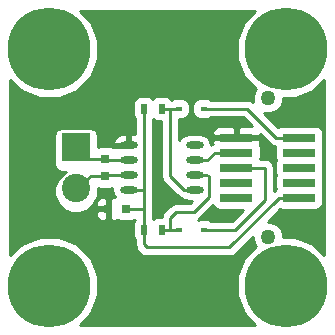
<source format=gbr>
G04 #@! TF.FileFunction,Copper,L1,Top,Signal*
%FSLAX46Y46*%
G04 Gerber Fmt 4.6, Leading zero omitted, Abs format (unit mm)*
G04 Created by KiCad (PCBNEW 4.0.2-stable) date 4/28/2016 11:26:27 AM*
%MOMM*%
G01*
G04 APERTURE LIST*
%ADD10C,0.100000*%
%ADD11R,2.790000X0.740000*%
%ADD12C,1.270000*%
%ADD13R,0.800000X0.750000*%
%ADD14R,0.590000X0.450000*%
%ADD15R,0.500000X0.900000*%
%ADD16R,0.750000X0.800000*%
%ADD17C,2.400000*%
%ADD18R,2.400000X2.400000*%
%ADD19O,1.473200X0.609600*%
%ADD20C,7.000000*%
%ADD21C,0.600000*%
%ADD22C,0.250000*%
%ADD23C,0.254000*%
G04 APERTURE END LIST*
D10*
D11*
X19840000Y15270000D03*
X25160000Y15270000D03*
X19840000Y14000000D03*
X25160000Y14000000D03*
X25160000Y11460000D03*
X19840000Y11460000D03*
X25160000Y12730000D03*
X19840000Y12730000D03*
X19840000Y16540000D03*
X25160000Y16540000D03*
D12*
X22500000Y8130000D03*
X22500000Y19870000D03*
D13*
X10500000Y10500000D03*
X9000000Y10500000D03*
D14*
X17055000Y8750000D03*
X14945000Y8750000D03*
X17055000Y19000000D03*
X14945000Y19000000D03*
D15*
X12000000Y8750000D03*
X13500000Y8750000D03*
X12000000Y19000000D03*
X13500000Y19000000D03*
D16*
X8750000Y13250000D03*
X8750000Y14750000D03*
D17*
X6250000Y12250000D03*
D18*
X6250000Y15750000D03*
D19*
X10706000Y15905000D03*
X10706000Y14635000D03*
X10706000Y13365000D03*
X10706000Y12095000D03*
X16294000Y12095000D03*
X16294000Y13365000D03*
X16294000Y14635000D03*
X16294000Y15905000D03*
D20*
X4000000Y4000000D03*
X24000000Y4000000D03*
X4000000Y24000000D03*
X24000000Y24000000D03*
D21*
X18500000Y10000000D03*
X13750000Y10750000D03*
X26000000Y18750000D03*
X26000000Y10000000D03*
X17250000Y17250000D03*
D22*
X18500000Y10000000D02*
X19500000Y10000000D01*
X13799998Y10700002D02*
X13756939Y12250193D01*
X13750000Y10750000D02*
X13799998Y10700002D01*
X19840000Y16540000D02*
X17960000Y16540000D01*
X17960000Y16540000D02*
X17250000Y17250000D01*
X12000000Y8750000D02*
X12000000Y7500000D01*
X23460000Y11460000D02*
X25160000Y11460000D01*
X19250000Y7250000D02*
X23460000Y11460000D01*
X12250000Y7250000D02*
X19250000Y7250000D01*
X12000000Y7500000D02*
X12250000Y7250000D01*
X10500000Y10500000D02*
X12000000Y10500000D01*
X10706000Y12095000D02*
X12000000Y12095000D01*
X12000000Y12095000D02*
X12000000Y12000000D01*
X25660000Y11460000D02*
X24460000Y11460000D01*
X12000000Y19000000D02*
X12000000Y12000000D01*
X12000000Y12000000D02*
X12000000Y10500000D01*
X12000000Y10500000D02*
X12000000Y8750000D01*
X16294000Y12095000D02*
X15405000Y12095000D01*
X14250000Y19000000D02*
X14945000Y19000000D01*
X14250000Y13250000D02*
X14250000Y19000000D01*
X15405000Y12095000D02*
X14250000Y13250000D01*
X14945000Y19000000D02*
X13500000Y19000000D01*
X16294000Y13365000D02*
X17249957Y13365353D01*
X14250000Y8750000D02*
X14945000Y8750000D01*
X14250000Y9750000D02*
X14250000Y8750000D01*
X14750000Y10250000D02*
X14250000Y9750000D01*
X16250000Y10250000D02*
X14750000Y10250000D01*
X17500000Y11500000D02*
X16250000Y10250000D01*
X17500000Y13250000D02*
X17500000Y11500000D01*
X17249957Y13365353D02*
X17500000Y13250000D01*
X14945000Y8750000D02*
X13500000Y8750000D01*
X16294000Y14635000D02*
X17385000Y14635000D01*
X18020000Y15270000D02*
X20340000Y15270000D01*
X17385000Y14635000D02*
X18020000Y15270000D01*
X17055000Y8750000D02*
X19750000Y8750000D01*
X22250000Y14000000D02*
X19840000Y14000000D01*
X22250000Y11250000D02*
X22250000Y14000000D01*
X19750000Y8750000D02*
X22250000Y11250000D01*
X17055000Y19000000D02*
X20750000Y19000000D01*
X23210000Y16540000D02*
X25660000Y16540000D01*
X20750000Y19000000D02*
X23210000Y16540000D01*
X10706000Y13365000D02*
X8865000Y13365000D01*
X8865000Y13365000D02*
X8750000Y13250000D01*
X8750000Y13250000D02*
X7500000Y13250000D01*
X7500000Y13250000D02*
X6250000Y12250000D01*
X8750000Y14750000D02*
X7250000Y14750000D01*
X7250000Y14750000D02*
X6250000Y15750000D01*
X10706000Y14635000D02*
X8865000Y14635000D01*
X8865000Y14635000D02*
X8750000Y14750000D01*
X7000000Y15000000D02*
X6250000Y15750000D01*
D23*
G36*
X20496562Y26345347D02*
X19865720Y24826111D01*
X19864284Y23181106D01*
X20492474Y21660771D01*
X21492627Y20658871D01*
X21423974Y20590337D01*
X21230221Y20123727D01*
X21229780Y19618490D01*
X21254088Y19559660D01*
X21040839Y19702148D01*
X20750000Y19760000D01*
X17691797Y19760000D01*
X17601890Y19821431D01*
X17350000Y19872440D01*
X16760000Y19872440D01*
X16524683Y19828162D01*
X16308559Y19689090D01*
X16163569Y19476890D01*
X16112560Y19225000D01*
X16112560Y18775000D01*
X16156838Y18539683D01*
X16295910Y18323559D01*
X16508110Y18178569D01*
X16760000Y18127560D01*
X17350000Y18127560D01*
X17585317Y18171838D01*
X17691244Y18240000D01*
X20435198Y18240000D01*
X21130198Y17545000D01*
X20125750Y17545000D01*
X19967000Y17386250D01*
X19967000Y16667000D01*
X21711250Y16667000D01*
X21859724Y16815474D01*
X22672599Y16002599D01*
X22919160Y15837852D01*
X23148392Y15792255D01*
X23117560Y15640000D01*
X23117560Y14900000D01*
X23161838Y14664683D01*
X23179284Y14637572D01*
X23168569Y14621890D01*
X23117560Y14370000D01*
X23117560Y13630000D01*
X23161838Y13394683D01*
X23179284Y13367572D01*
X23168569Y13351890D01*
X23117560Y13100000D01*
X23117560Y12360000D01*
X23156394Y12153617D01*
X23010000Y12055800D01*
X23010000Y14000000D01*
X22952148Y14290839D01*
X22787401Y14537401D01*
X22540839Y14702148D01*
X22250000Y14760000D01*
X21854089Y14760000D01*
X21882440Y14900000D01*
X21882440Y15640000D01*
X21838162Y15875317D01*
X21815101Y15911154D01*
X21870000Y16043691D01*
X21870000Y16254250D01*
X21711250Y16413000D01*
X19967000Y16413000D01*
X19967000Y16393000D01*
X19713000Y16393000D01*
X19713000Y16413000D01*
X17968750Y16413000D01*
X17810000Y16254250D01*
X17810000Y16043691D01*
X17831225Y15992450D01*
X17729161Y15972148D01*
X17684986Y15942631D01*
X17620933Y16264646D01*
X17417210Y16569539D01*
X17112317Y16773262D01*
X16752671Y16844800D01*
X15835329Y16844800D01*
X15475683Y16773262D01*
X15170790Y16569539D01*
X15010000Y16328900D01*
X15010000Y17036309D01*
X17810000Y17036309D01*
X17810000Y16825750D01*
X17968750Y16667000D01*
X19713000Y16667000D01*
X19713000Y17386250D01*
X19554250Y17545000D01*
X18318690Y17545000D01*
X18085301Y17448327D01*
X17906673Y17269698D01*
X17810000Y17036309D01*
X15010000Y17036309D01*
X15010000Y18127560D01*
X15240000Y18127560D01*
X15475317Y18171838D01*
X15691441Y18310910D01*
X15836431Y18523110D01*
X15887440Y18775000D01*
X15887440Y19225000D01*
X15843162Y19460317D01*
X15704090Y19676441D01*
X15491890Y19821431D01*
X15240000Y19872440D01*
X14650000Y19872440D01*
X14414683Y19828162D01*
X14308756Y19760000D01*
X14305105Y19760000D01*
X14214090Y19901441D01*
X14001890Y20046431D01*
X13750000Y20097440D01*
X13250000Y20097440D01*
X13014683Y20053162D01*
X12798559Y19914090D01*
X12750866Y19844289D01*
X12714090Y19901441D01*
X12501890Y20046431D01*
X12250000Y20097440D01*
X11750000Y20097440D01*
X11514683Y20053162D01*
X11298559Y19914090D01*
X11153569Y19701890D01*
X11102560Y19450000D01*
X11102560Y18550000D01*
X11146838Y18314683D01*
X11240000Y18169905D01*
X11240000Y16844800D01*
X10833000Y16844800D01*
X10833000Y16032000D01*
X10853000Y16032000D01*
X10853000Y15778000D01*
X10833000Y15778000D01*
X10833000Y15758000D01*
X10579000Y15758000D01*
X10579000Y15778000D01*
X9503544Y15778000D01*
X9437881Y15704757D01*
X9376890Y15746431D01*
X9125000Y15797440D01*
X8375000Y15797440D01*
X8139683Y15753162D01*
X8097440Y15725979D01*
X8097440Y16176105D01*
X9374353Y16176105D01*
X9503544Y16032000D01*
X10579000Y16032000D01*
X10579000Y16844800D01*
X10147200Y16844800D01*
X9797221Y16724661D01*
X9519858Y16479736D01*
X9374353Y16176105D01*
X8097440Y16176105D01*
X8097440Y16700000D01*
X8053162Y16935317D01*
X7914090Y17151441D01*
X7701890Y17296431D01*
X7450000Y17347440D01*
X5050000Y17347440D01*
X4814683Y17303162D01*
X4598559Y17164090D01*
X4453569Y16951890D01*
X4402560Y16700000D01*
X4402560Y14300000D01*
X4446838Y14064683D01*
X4585910Y13848559D01*
X4798110Y13703569D01*
X5050000Y13652560D01*
X5444288Y13652560D01*
X5211914Y13556545D01*
X4695270Y13040801D01*
X4415319Y12366605D01*
X4414682Y11636597D01*
X4693455Y10961914D01*
X5209199Y10445270D01*
X5883395Y10165319D01*
X6613403Y10164682D01*
X6733366Y10214250D01*
X7965000Y10214250D01*
X7965000Y9998690D01*
X8061673Y9765301D01*
X8240302Y9586673D01*
X8473691Y9490000D01*
X8714250Y9490000D01*
X8873000Y9648750D01*
X8873000Y10373000D01*
X8123750Y10373000D01*
X7965000Y10214250D01*
X6733366Y10214250D01*
X7288086Y10443455D01*
X7804730Y10959199D01*
X7822216Y11001310D01*
X7965000Y11001310D01*
X7965000Y10785750D01*
X8123750Y10627000D01*
X8873000Y10627000D01*
X8873000Y11351250D01*
X8714250Y11510000D01*
X8473691Y11510000D01*
X8240302Y11413327D01*
X8061673Y11234699D01*
X7965000Y11001310D01*
X7822216Y11001310D01*
X8084681Y11633395D01*
X8085245Y12279441D01*
X8123110Y12253569D01*
X8375000Y12202560D01*
X9125000Y12202560D01*
X9336853Y12242423D01*
X9307529Y12095000D01*
X9379067Y11735354D01*
X9530920Y11508090D01*
X9526309Y11510000D01*
X9285750Y11510000D01*
X9127000Y11351250D01*
X9127000Y10627000D01*
X9147000Y10627000D01*
X9147000Y10373000D01*
X9127000Y10373000D01*
X9127000Y9648750D01*
X9285750Y9490000D01*
X9526309Y9490000D01*
X9759698Y9586673D01*
X9761068Y9588043D01*
X9848110Y9528569D01*
X10100000Y9477560D01*
X10900000Y9477560D01*
X11135317Y9521838D01*
X11240000Y9589200D01*
X11240000Y9578386D01*
X11153569Y9451890D01*
X11102560Y9200000D01*
X11102560Y8300000D01*
X11146838Y8064683D01*
X11240000Y7919905D01*
X11240000Y7500000D01*
X11297852Y7209161D01*
X11462599Y6962599D01*
X11712599Y6712599D01*
X11959160Y6547852D01*
X12250000Y6490000D01*
X19250000Y6490000D01*
X19540839Y6547852D01*
X19787401Y6712599D01*
X21230022Y8155220D01*
X21229780Y7878490D01*
X21422718Y7411542D01*
X21493545Y7340591D01*
X20496562Y6345347D01*
X19865720Y4826111D01*
X19864284Y3181106D01*
X20492474Y1660771D01*
X21441587Y710000D01*
X6557135Y710000D01*
X7503438Y1654653D01*
X8134280Y3173889D01*
X8135716Y4818894D01*
X7507526Y6339229D01*
X6345347Y7503438D01*
X4826111Y8134280D01*
X3181106Y8135716D01*
X1660771Y7507526D01*
X710000Y6558413D01*
X710000Y21442865D01*
X1654653Y20496562D01*
X3173889Y19865720D01*
X4818894Y19864284D01*
X6339229Y20492474D01*
X7503438Y21654653D01*
X8134280Y23173889D01*
X8135716Y24818894D01*
X7507526Y26339229D01*
X6558413Y27290000D01*
X21442865Y27290000D01*
X20496562Y26345347D01*
X20496562Y26345347D01*
G37*
X20496562Y26345347D02*
X19865720Y24826111D01*
X19864284Y23181106D01*
X20492474Y21660771D01*
X21492627Y20658871D01*
X21423974Y20590337D01*
X21230221Y20123727D01*
X21229780Y19618490D01*
X21254088Y19559660D01*
X21040839Y19702148D01*
X20750000Y19760000D01*
X17691797Y19760000D01*
X17601890Y19821431D01*
X17350000Y19872440D01*
X16760000Y19872440D01*
X16524683Y19828162D01*
X16308559Y19689090D01*
X16163569Y19476890D01*
X16112560Y19225000D01*
X16112560Y18775000D01*
X16156838Y18539683D01*
X16295910Y18323559D01*
X16508110Y18178569D01*
X16760000Y18127560D01*
X17350000Y18127560D01*
X17585317Y18171838D01*
X17691244Y18240000D01*
X20435198Y18240000D01*
X21130198Y17545000D01*
X20125750Y17545000D01*
X19967000Y17386250D01*
X19967000Y16667000D01*
X21711250Y16667000D01*
X21859724Y16815474D01*
X22672599Y16002599D01*
X22919160Y15837852D01*
X23148392Y15792255D01*
X23117560Y15640000D01*
X23117560Y14900000D01*
X23161838Y14664683D01*
X23179284Y14637572D01*
X23168569Y14621890D01*
X23117560Y14370000D01*
X23117560Y13630000D01*
X23161838Y13394683D01*
X23179284Y13367572D01*
X23168569Y13351890D01*
X23117560Y13100000D01*
X23117560Y12360000D01*
X23156394Y12153617D01*
X23010000Y12055800D01*
X23010000Y14000000D01*
X22952148Y14290839D01*
X22787401Y14537401D01*
X22540839Y14702148D01*
X22250000Y14760000D01*
X21854089Y14760000D01*
X21882440Y14900000D01*
X21882440Y15640000D01*
X21838162Y15875317D01*
X21815101Y15911154D01*
X21870000Y16043691D01*
X21870000Y16254250D01*
X21711250Y16413000D01*
X19967000Y16413000D01*
X19967000Y16393000D01*
X19713000Y16393000D01*
X19713000Y16413000D01*
X17968750Y16413000D01*
X17810000Y16254250D01*
X17810000Y16043691D01*
X17831225Y15992450D01*
X17729161Y15972148D01*
X17684986Y15942631D01*
X17620933Y16264646D01*
X17417210Y16569539D01*
X17112317Y16773262D01*
X16752671Y16844800D01*
X15835329Y16844800D01*
X15475683Y16773262D01*
X15170790Y16569539D01*
X15010000Y16328900D01*
X15010000Y17036309D01*
X17810000Y17036309D01*
X17810000Y16825750D01*
X17968750Y16667000D01*
X19713000Y16667000D01*
X19713000Y17386250D01*
X19554250Y17545000D01*
X18318690Y17545000D01*
X18085301Y17448327D01*
X17906673Y17269698D01*
X17810000Y17036309D01*
X15010000Y17036309D01*
X15010000Y18127560D01*
X15240000Y18127560D01*
X15475317Y18171838D01*
X15691441Y18310910D01*
X15836431Y18523110D01*
X15887440Y18775000D01*
X15887440Y19225000D01*
X15843162Y19460317D01*
X15704090Y19676441D01*
X15491890Y19821431D01*
X15240000Y19872440D01*
X14650000Y19872440D01*
X14414683Y19828162D01*
X14308756Y19760000D01*
X14305105Y19760000D01*
X14214090Y19901441D01*
X14001890Y20046431D01*
X13750000Y20097440D01*
X13250000Y20097440D01*
X13014683Y20053162D01*
X12798559Y19914090D01*
X12750866Y19844289D01*
X12714090Y19901441D01*
X12501890Y20046431D01*
X12250000Y20097440D01*
X11750000Y20097440D01*
X11514683Y20053162D01*
X11298559Y19914090D01*
X11153569Y19701890D01*
X11102560Y19450000D01*
X11102560Y18550000D01*
X11146838Y18314683D01*
X11240000Y18169905D01*
X11240000Y16844800D01*
X10833000Y16844800D01*
X10833000Y16032000D01*
X10853000Y16032000D01*
X10853000Y15778000D01*
X10833000Y15778000D01*
X10833000Y15758000D01*
X10579000Y15758000D01*
X10579000Y15778000D01*
X9503544Y15778000D01*
X9437881Y15704757D01*
X9376890Y15746431D01*
X9125000Y15797440D01*
X8375000Y15797440D01*
X8139683Y15753162D01*
X8097440Y15725979D01*
X8097440Y16176105D01*
X9374353Y16176105D01*
X9503544Y16032000D01*
X10579000Y16032000D01*
X10579000Y16844800D01*
X10147200Y16844800D01*
X9797221Y16724661D01*
X9519858Y16479736D01*
X9374353Y16176105D01*
X8097440Y16176105D01*
X8097440Y16700000D01*
X8053162Y16935317D01*
X7914090Y17151441D01*
X7701890Y17296431D01*
X7450000Y17347440D01*
X5050000Y17347440D01*
X4814683Y17303162D01*
X4598559Y17164090D01*
X4453569Y16951890D01*
X4402560Y16700000D01*
X4402560Y14300000D01*
X4446838Y14064683D01*
X4585910Y13848559D01*
X4798110Y13703569D01*
X5050000Y13652560D01*
X5444288Y13652560D01*
X5211914Y13556545D01*
X4695270Y13040801D01*
X4415319Y12366605D01*
X4414682Y11636597D01*
X4693455Y10961914D01*
X5209199Y10445270D01*
X5883395Y10165319D01*
X6613403Y10164682D01*
X6733366Y10214250D01*
X7965000Y10214250D01*
X7965000Y9998690D01*
X8061673Y9765301D01*
X8240302Y9586673D01*
X8473691Y9490000D01*
X8714250Y9490000D01*
X8873000Y9648750D01*
X8873000Y10373000D01*
X8123750Y10373000D01*
X7965000Y10214250D01*
X6733366Y10214250D01*
X7288086Y10443455D01*
X7804730Y10959199D01*
X7822216Y11001310D01*
X7965000Y11001310D01*
X7965000Y10785750D01*
X8123750Y10627000D01*
X8873000Y10627000D01*
X8873000Y11351250D01*
X8714250Y11510000D01*
X8473691Y11510000D01*
X8240302Y11413327D01*
X8061673Y11234699D01*
X7965000Y11001310D01*
X7822216Y11001310D01*
X8084681Y11633395D01*
X8085245Y12279441D01*
X8123110Y12253569D01*
X8375000Y12202560D01*
X9125000Y12202560D01*
X9336853Y12242423D01*
X9307529Y12095000D01*
X9379067Y11735354D01*
X9530920Y11508090D01*
X9526309Y11510000D01*
X9285750Y11510000D01*
X9127000Y11351250D01*
X9127000Y10627000D01*
X9147000Y10627000D01*
X9147000Y10373000D01*
X9127000Y10373000D01*
X9127000Y9648750D01*
X9285750Y9490000D01*
X9526309Y9490000D01*
X9759698Y9586673D01*
X9761068Y9588043D01*
X9848110Y9528569D01*
X10100000Y9477560D01*
X10900000Y9477560D01*
X11135317Y9521838D01*
X11240000Y9589200D01*
X11240000Y9578386D01*
X11153569Y9451890D01*
X11102560Y9200000D01*
X11102560Y8300000D01*
X11146838Y8064683D01*
X11240000Y7919905D01*
X11240000Y7500000D01*
X11297852Y7209161D01*
X11462599Y6962599D01*
X11712599Y6712599D01*
X11959160Y6547852D01*
X12250000Y6490000D01*
X19250000Y6490000D01*
X19540839Y6547852D01*
X19787401Y6712599D01*
X21230022Y8155220D01*
X21229780Y7878490D01*
X21422718Y7411542D01*
X21493545Y7340591D01*
X20496562Y6345347D01*
X19865720Y4826111D01*
X19864284Y3181106D01*
X20492474Y1660771D01*
X21441587Y710000D01*
X6557135Y710000D01*
X7503438Y1654653D01*
X8134280Y3173889D01*
X8135716Y4818894D01*
X7507526Y6339229D01*
X6345347Y7503438D01*
X4826111Y8134280D01*
X3181106Y8135716D01*
X1660771Y7507526D01*
X710000Y6558413D01*
X710000Y21442865D01*
X1654653Y20496562D01*
X3173889Y19865720D01*
X4818894Y19864284D01*
X6339229Y20492474D01*
X7503438Y21654653D01*
X8134280Y23173889D01*
X8135716Y24818894D01*
X7507526Y26339229D01*
X6558413Y27290000D01*
X21442865Y27290000D01*
X20496562Y26345347D01*
G36*
X27290000Y6557135D02*
X26345347Y7503438D01*
X24826111Y8134280D01*
X23770005Y8135202D01*
X23770220Y8381510D01*
X23577282Y8848458D01*
X23220337Y9206026D01*
X22753727Y9399779D01*
X22474824Y9400022D01*
X23559065Y10484263D01*
X23765000Y10442560D01*
X26555000Y10442560D01*
X26790317Y10486838D01*
X27006441Y10625910D01*
X27151431Y10838110D01*
X27202440Y11090000D01*
X27202440Y11830000D01*
X27158162Y12065317D01*
X27140716Y12092428D01*
X27151431Y12108110D01*
X27202440Y12360000D01*
X27202440Y13100000D01*
X27158162Y13335317D01*
X27140716Y13362428D01*
X27151431Y13378110D01*
X27202440Y13630000D01*
X27202440Y14370000D01*
X27158162Y14605317D01*
X27140716Y14632428D01*
X27151431Y14648110D01*
X27202440Y14900000D01*
X27202440Y15640000D01*
X27158162Y15875317D01*
X27140716Y15902428D01*
X27151431Y15918110D01*
X27202440Y16170000D01*
X27202440Y16910000D01*
X27158162Y17145317D01*
X27019090Y17361441D01*
X26806890Y17506431D01*
X26555000Y17557440D01*
X23765000Y17557440D01*
X23529683Y17513162D01*
X23397012Y17427790D01*
X22209178Y18615624D01*
X22246273Y18600221D01*
X22751510Y18599780D01*
X23218458Y18792718D01*
X23576026Y19149663D01*
X23769779Y19616273D01*
X23769996Y19865200D01*
X24818894Y19864284D01*
X26339229Y20492474D01*
X27290000Y21441587D01*
X27290000Y6557135D01*
X27290000Y6557135D01*
G37*
X27290000Y6557135D02*
X26345347Y7503438D01*
X24826111Y8134280D01*
X23770005Y8135202D01*
X23770220Y8381510D01*
X23577282Y8848458D01*
X23220337Y9206026D01*
X22753727Y9399779D01*
X22474824Y9400022D01*
X23559065Y10484263D01*
X23765000Y10442560D01*
X26555000Y10442560D01*
X26790317Y10486838D01*
X27006441Y10625910D01*
X27151431Y10838110D01*
X27202440Y11090000D01*
X27202440Y11830000D01*
X27158162Y12065317D01*
X27140716Y12092428D01*
X27151431Y12108110D01*
X27202440Y12360000D01*
X27202440Y13100000D01*
X27158162Y13335317D01*
X27140716Y13362428D01*
X27151431Y13378110D01*
X27202440Y13630000D01*
X27202440Y14370000D01*
X27158162Y14605317D01*
X27140716Y14632428D01*
X27151431Y14648110D01*
X27202440Y14900000D01*
X27202440Y15640000D01*
X27158162Y15875317D01*
X27140716Y15902428D01*
X27151431Y15918110D01*
X27202440Y16170000D01*
X27202440Y16910000D01*
X27158162Y17145317D01*
X27019090Y17361441D01*
X26806890Y17506431D01*
X26555000Y17557440D01*
X23765000Y17557440D01*
X23529683Y17513162D01*
X23397012Y17427790D01*
X22209178Y18615624D01*
X22246273Y18600221D01*
X22751510Y18599780D01*
X23218458Y18792718D01*
X23576026Y19149663D01*
X23769779Y19616273D01*
X23769996Y19865200D01*
X24818894Y19864284D01*
X26339229Y20492474D01*
X27290000Y21441587D01*
X27290000Y6557135D01*
G36*
X17980910Y10638559D02*
X18193110Y10493569D01*
X18445000Y10442560D01*
X20367758Y10442560D01*
X19435198Y9510000D01*
X17691797Y9510000D01*
X17601890Y9571431D01*
X17350000Y9622440D01*
X16760000Y9622440D01*
X16610316Y9594275D01*
X16787401Y9712599D01*
X17876155Y10801353D01*
X17980910Y10638559D01*
X17980910Y10638559D01*
G37*
X17980910Y10638559D02*
X18193110Y10493569D01*
X18445000Y10442560D01*
X20367758Y10442560D01*
X19435198Y9510000D01*
X17691797Y9510000D01*
X17601890Y9571431D01*
X17350000Y9622440D01*
X16760000Y9622440D01*
X16610316Y9594275D01*
X16787401Y9712599D01*
X17876155Y10801353D01*
X17980910Y10638559D01*
G36*
X12785910Y18098559D02*
X12998110Y17953569D01*
X13250000Y17902560D01*
X13490000Y17902560D01*
X13490000Y13250000D01*
X13547852Y12959161D01*
X13712599Y12712599D01*
X14867599Y11557599D01*
X15114161Y11392852D01*
X15274939Y11360871D01*
X15475683Y11226738D01*
X15835329Y11155200D01*
X16080398Y11155200D01*
X15935198Y11010000D01*
X14750000Y11010000D01*
X14459161Y10952148D01*
X14212599Y10787401D01*
X13712599Y10287401D01*
X13547852Y10040839D01*
X13509382Y9847440D01*
X13250000Y9847440D01*
X13014683Y9803162D01*
X12798559Y9664090D01*
X12760000Y9607657D01*
X12760000Y18138824D01*
X12785910Y18098559D01*
X12785910Y18098559D01*
G37*
X12785910Y18098559D02*
X12998110Y17953569D01*
X13250000Y17902560D01*
X13490000Y17902560D01*
X13490000Y13250000D01*
X13547852Y12959161D01*
X13712599Y12712599D01*
X14867599Y11557599D01*
X15114161Y11392852D01*
X15274939Y11360871D01*
X15475683Y11226738D01*
X15835329Y11155200D01*
X16080398Y11155200D01*
X15935198Y11010000D01*
X14750000Y11010000D01*
X14459161Y10952148D01*
X14212599Y10787401D01*
X13712599Y10287401D01*
X13547852Y10040839D01*
X13509382Y9847440D01*
X13250000Y9847440D01*
X13014683Y9803162D01*
X12798559Y9664090D01*
X12760000Y9607657D01*
X12760000Y18138824D01*
X12785910Y18098559D01*
M02*

</source>
